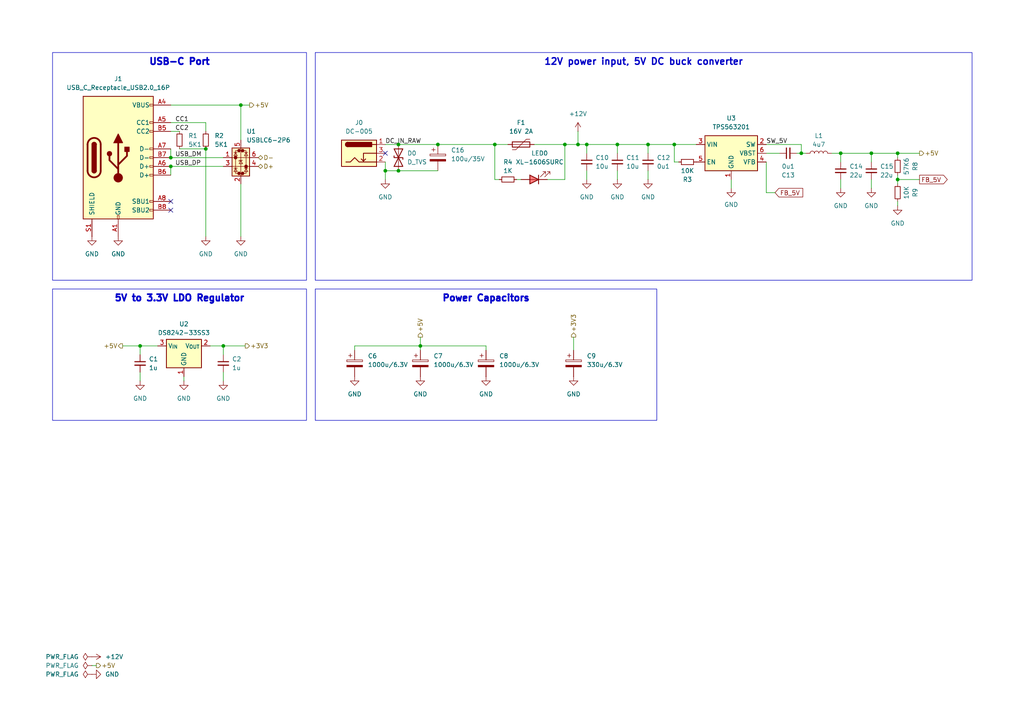
<source format=kicad_sch>
(kicad_sch (version 20250114) (generator "eeschema") (generator_version "9.0")
  (paper "A4")
  (lib_symbols
    (symbol "Connector:Barrel_Jack_Switch" (pin_names (hide yes))
      (property "Reference" "J" (at 0 5.334 0))
      (property "Value" "Barrel_Jack_Switch" (at 0 -5.08 0))
      (symbol "Barrel_Jack_Switch_0_1"
        (rectangle (start -5.08 3.81) (end 5.08 -3.81) (stroke (width 0.254)) (fill (type background)))
        (polyline (pts (xy -3.81 -2.54) (xy -2.54 -2.54) (xy -1.27 -1.27) (xy 0 -2.54) (xy 2.54 -2.54) (xy 5.08 -2.54)) (stroke (width 0.254)))
        (arc (start -3.302 1.905) (mid -3.9343 2.54) (end -3.302 3.175) (stroke (width 0.254)))
        (arc (start -3.302 1.905) (mid -3.9343 2.54) (end -3.302 3.175) (stroke (width 0.254)) (fill (type outline)))
        (polyline (pts (xy 1.27 -2.286) (xy 1.905 -1.651)) (stroke (width 0.254)))
        (rectangle (start 3.683 3.175) (end -3.302 1.905) (stroke (width 0.254)) (fill (type outline)))
        (polyline (pts (xy 5.08 2.54) (xy 3.81 2.54)) (stroke (width 0.254)))
        (polyline (pts (xy 5.08 0) (xy 1.27 0) (xy 1.27 -2.286) (xy 0.635 -1.651)) (stroke (width 0.254)))
      )
      (symbol "Barrel_Jack_Switch_1_1"
        (pin passive line (at 7.62 2.54 180) (length 2.54) (name "~") (number "1"))
        (pin passive line (at 7.62 0 180) (length 2.54) (name "~") (number "3"))
        (pin passive line (at 7.62 -2.54 180) (length 2.54) (name "~") (number "2"))
      )
    )
    (symbol "Device:C_Polarized" (pin_numbers (hide yes)) (pin_names (offset 0.254))
      (property "Reference" "C" (at 0.635 2.54 0))
      (property "Value" "C_Polarized" (at 0.635 -2.54 0))
      (symbol "C_Polarized_0_1"
        (rectangle (start -2.286 0.508) (end 2.286 1.016))
        (polyline (pts (xy -1.778 2.286) (xy -0.762 2.286)))
        (polyline (pts (xy -1.27 2.794) (xy -1.27 1.778)))
        (rectangle (start 2.286 -0.508) (end -2.286 -1.016) (fill (type outline)))
      )
      (symbol "C_Polarized_1_1"
        (pin passive line (at 0 3.81 270) (length 2.794) (name "~") (number "1"))
        (pin passive line (at 0 -3.81 90) (length 2.794) (name "~") (number "2"))
      )
    )
    (symbol "Device:C_Small" (pin_numbers (hide yes)) (pin_names (offset 0.254) (hide yes))
      (property "Reference" "C" (at 0.254 1.778 0))
      (property "Value" "C_Small" (at 0.254 -2.032 0))
      (symbol "C_Small_0_1"
        (polyline (pts (xy -1.524 0.508) (xy 1.524 0.508)) (stroke (width 0.3048)))
        (polyline (pts (xy -1.524 -0.508) (xy 1.524 -0.508)) (stroke (width 0.3302)))
      )
      (symbol "C_Small_1_1"
        (pin passive line (at 0 2.54 270) (length 2.032) (name "~") (number "1"))
        (pin passive line (at 0 -2.54 90) (length 2.032) (name "~") (number "2"))
      )
    )
    (symbol "Device:D_TVS" (pin_numbers (hide yes)) (pin_names (offset 1.016) (hide yes))
      (property "Reference" "D" (at 0 2.54 0))
      (property "Value" "D_TVS" (at 0 -2.54 0))
      (symbol "D_TVS_0_1"
        (polyline (pts (xy -2.54 1.27) (xy -2.54 -1.27) (xy 2.54 1.27) (xy 2.54 -1.27) (xy -2.54 1.27)) (stroke (width 0.254)))
        (polyline (pts (xy 0.508 1.27) (xy 0 1.27) (xy 0 -1.27) (xy -0.508 -1.27)) (stroke (width 0.254)))
        (polyline (pts (xy 1.27 0) (xy -1.27 0)))
      )
      (symbol "D_TVS_1_1"
        (pin passive line (at -3.81 0 0) (length 2.54) (name "A1") (number "1"))
        (pin passive line (at 3.81 0 180) (length 2.54) (name "A2") (number "2"))
      )
    )
    (symbol "Device:L" (pin_numbers (hide yes)) (pin_names (offset 1.016) (hide yes))
      (property "Reference" "L" (at -1.27 0 90))
      (property "Value" "L" (at 1.905 0 90))
      (symbol "L_0_1"
        (arc (start 0 2.54) (mid 0.6323 1.905) (end 0 1.27))
        (arc (start 0 1.27) (mid 0.6323 0.635) (end 0 0))
        (arc (start 0 0) (mid 0.6323 -0.635) (end 0 -1.27))
        (arc (start 0 -1.27) (mid 0.6323 -1.905) (end 0 -2.54))
      )
      (symbol "L_1_1"
        (pin passive line (at 0 3.81 270) (length 1.27) (name "1") (number "1"))
        (pin passive line (at 0 -3.81 90) (length 1.27) (name "2") (number "2"))
      )
    )
    (symbol "Device:Polyfuse" (pin_numbers (hide yes)) (pin_names (offset 0))
      (property "Reference" "F" (at -2.54 0 90))
      (property "Value" "Polyfuse" (at 2.54 0 90))
      (symbol "Polyfuse_0_1"
        (polyline (pts (xy -1.524 2.54) (xy -1.524 1.524) (xy 1.524 -1.524) (xy 1.524 -2.54)))
        (rectangle (start -0.762 2.54) (end 0.762 -2.54) (stroke (width 0.254)))
        (polyline (pts (xy 0 2.54) (xy 0 -2.54)))
      )
      (symbol "Polyfuse_1_1"
        (pin passive line (at 0 3.81 270) (length 1.27) (name "~") (number "1"))
        (pin passive line (at 0 -3.81 90) (length 1.27) (name "~") (number "2"))
      )
    )
    (symbol "Device:R_Small" (pin_numbers (hide yes)) (pin_names (offset 0.254) (hide yes))
      (property "Reference" "R" (at 0 0 90))
      (property "Value" "R_Small" (at 1.778 0 90))
      (symbol "R_Small_0_1"
        (rectangle (start -0.762 1.778) (end 0.762 -1.778) (stroke (width 0.2032)))
      )
      (symbol "R_Small_1_1"
        (pin passive line (at 0 2.54 270) (length 0.762) (name "~") (number "1"))
        (pin passive line (at 0 -2.54 90) (length 0.762) (name "~") (number "2"))
      )
    )
    (symbol "Power_Protection:USBLC6-2P6" (pin_names (hide yes))
      (property "Reference" "U" (at 0.635 5.715 0))
      (property "Value" "USBLC6-2P6" (at 0.635 3.81 0))
      (symbol "USBLC6-2P6_0_0"
        (circle (center -1.524 0) (radius 0.0001) (stroke (width 0.508)))
        (circle (center -0.508 2.032) (radius 0.0001) (stroke (width 0.508)))
        (circle (center -0.508 -4.572) (radius 0.0001) (stroke (width 0.508)))
        (circle (center 0.508 2.032) (radius 0.0001) (stroke (width 0.508)))
        (circle (center 0.508 -4.572) (radius 0.0001) (stroke (width 0.508)))
        (circle (center 1.524 -2.54) (radius 0.0001) (stroke (width 0.508)))
      )
      (symbol "USBLC6-2P6_0_1"
        (polyline (pts (xy -2.54 0) (xy 2.54 0)))
        (polyline (pts (xy -2.54 -2.54) (xy 2.54 -2.54)))
        (polyline (pts (xy -2.032 0.508) (xy -1.016 0.508) (xy -1.524 1.524) (xy -2.032 0.508)))
        (polyline (pts (xy -2.032 -3.048) (xy -1.016 -3.048)))
        (polyline (pts (xy -1.016 1.524) (xy -2.032 1.524)))
        (polyline (pts (xy -1.016 -4.064) (xy -2.032 -4.064) (xy -1.524 -3.048) (xy -1.016 -4.064)))
        (polyline (pts (xy -0.508 -1.143) (xy -0.508 -0.762) (xy 0.508 -0.762)))
        (polyline (pts (xy 0 2.54) (xy -0.508 2.032) (xy 0.508 2.032) (xy 0 1.524) (xy 0 -4.064) (xy -0.508 -4.572) (xy 0.508 -4.572) (xy 0 -5.08)))
        (polyline (pts (xy 0.508 -1.778) (xy -0.508 -1.778) (xy 0 -0.762) (xy 0.508 -1.778)))
        (polyline (pts (xy 1.016 1.524) (xy 2.032 1.524)))
        (polyline (pts (xy 1.016 -3.048) (xy 2.032 -3.048)))
        (polyline (pts (xy 2.032 0.508) (xy 1.016 0.508) (xy 1.524 1.524) (xy 2.032 0.508)))
        (polyline (pts (xy 2.032 -4.064) (xy 1.016 -4.064) (xy 1.524 -3.048) (xy 2.032 -4.064)))
      )
      (symbol "USBLC6-2P6_1_1"
        (rectangle (start -2.54 2.794) (end 2.54 -5.334) (stroke (width 0.254)) (fill (type background)))
        (polyline (pts (xy -0.508 2.032) (xy -1.524 2.032) (xy -1.524 -4.572) (xy -0.508 -4.572)))
        (polyline (pts (xy 0.508 -4.572) (xy 1.524 -4.572) (xy 1.524 2.032) (xy 0.508 2.032)))
        (pin passive line (at -5.08 0 0) (length 2.54) (name "I/O1") (number "1"))
        (pin passive line (at -5.08 -2.54 0) (length 2.54) (name "I/O2") (number "3"))
        (pin passive line (at 0 5.08 270) (length 2.54) (name "VBUS") (number "5"))
        (pin passive line (at 0 -7.62 90) (length 2.54) (name "GND") (number "2"))
        (pin passive line (at 5.08 0 180) (length 2.54) (name "I/O1") (number "6"))
        (pin passive line (at 5.08 -2.54 180) (length 2.54) (name "I/O2") (number "4"))
      )
    )
    (symbol "Regulator_Switching:TPS563200"
      (property "Reference" "U" (at -7.62 6.35 0))
      (property "Value" "TPS563200" (at -2.54 6.35 0))
      (symbol "TPS563200_0_1"
        (rectangle (start -7.62 5.08) (end 7.62 -5.08) (stroke (width 0.254)) (fill (type background)))
      )
      (symbol "TPS563200_1_1"
        (pin power_in line (at -10.16 2.54 0) (length 2.54) (name "VIN") (number "3"))
        (pin input line (at -10.16 -2.54 0) (length 2.54) (name "EN") (number "5"))
        (pin power_in line (at 0 -7.62 90) (length 2.54) (name "GND") (number "1"))
        (pin output line (at 10.16 2.54 180) (length 2.54) (name "SW") (number "2"))
        (pin passive line (at 10.16 0 180) (length 2.54) (name "VBST") (number "6"))
        (pin input line (at 10.16 -2.54 180) (length 2.54) (name "VFB") (number "4"))
      )
    )
    (symbol "connector:USB_C_Receptacle_USB2.0_16P_SHOU-HAN_2MD" (pin_names (offset 1.016))
      (property "Reference" "J" (at 0 22.225 0))
      (property "Value" "USB_C_Receptacle_USB2.0_16P" (at 0 19.685 0))
      (symbol "USB_C_Receptacle_USB2.0_16P_SHOU-HAN_2MD_0_0"
        (rectangle (start -0.254 -17.78) (end 0.254 -16.764))
        (rectangle (start 10.16 15.494) (end 9.144 14.986))
        (rectangle (start 10.16 10.414) (end 9.144 9.906))
        (rectangle (start 10.16 7.874) (end 9.144 7.366))
        (rectangle (start 10.16 2.794) (end 9.144 2.286))
        (rectangle (start 10.16 0.254) (end 9.144 -0.254))
        (rectangle (start 10.16 -2.286) (end 9.144 -2.794))
        (rectangle (start 10.16 -4.826) (end 9.144 -5.334))
        (rectangle (start 10.16 -12.446) (end 9.144 -12.954))
        (rectangle (start 10.16 -14.986) (end 9.144 -15.494))
      )
      (symbol "USB_C_Receptacle_USB2.0_16P_SHOU-HAN_2MD_0_1"
        (rectangle (start -10.16 17.78) (end 10.16 -17.78) (stroke (width 0.254)) (fill (type background)))
        (polyline (pts (xy -8.89 -3.81) (xy -8.89 3.81)) (stroke (width 0.508)))
        (rectangle (start -7.62 -3.81) (end -6.35 3.81) (stroke (width 0.254)) (fill (type outline)))
        (arc (start -7.62 3.81) (mid -6.985 4.4423) (end -6.35 3.81) (stroke (width 0.254)))
        (arc (start -7.62 3.81) (mid -6.985 4.4423) (end -6.35 3.81) (stroke (width 0.254)) (fill (type outline)))
        (arc (start -8.89 3.81) (mid -6.985 5.7067) (end -5.08 3.81) (stroke (width 0.508)))
        (arc (start -5.08 -3.81) (mid -6.985 -5.7067) (end -8.89 -3.81) (stroke (width 0.508)))
        (arc (start -6.35 -3.81) (mid -6.985 -4.4423) (end -7.62 -3.81) (stroke (width 0.254)))
        (arc (start -6.35 -3.81) (mid -6.985 -4.4423) (end -7.62 -3.81) (stroke (width 0.254)) (fill (type outline)))
        (polyline (pts (xy -5.08 3.81) (xy -5.08 -3.81)) (stroke (width 0.508)))
        (circle (center -2.54 1.143) (radius 0.635) (stroke (width 0.254)) (fill (type outline)))
        (polyline (pts (xy -1.27 4.318) (xy 0 6.858) (xy 1.27 4.318) (xy -1.27 4.318)) (stroke (width 0.254)) (fill (type outline)))
        (polyline (pts (xy 0 -2.032) (xy 2.54 0.508) (xy 2.54 1.778)) (stroke (width 0.508)))
        (polyline (pts (xy 0 -3.302) (xy -2.54 -0.762) (xy -2.54 0.508)) (stroke (width 0.508)))
        (polyline (pts (xy 0 -5.842) (xy 0 4.318)) (stroke (width 0.508)))
        (circle (center 0 -5.842) (radius 1.27) (fill (type outline)))
        (rectangle (start 1.905 1.778) (end 3.175 3.048) (stroke (width 0.254)) (fill (type outline)))
      )
      (symbol "USB_C_Receptacle_USB2.0_16P_SHOU-HAN_2MD_1_1"
        (pin passive line (at -7.62 -22.86 90) (length 5.08) (name "SHIELD") (number "S1"))
        (pin passive line (at 0 -22.86 90) (length 5.08) (name "GND") (number "A1"))
        (pin passive line (at 0 -22.86 90) (length 5.08) (hide yes) (name "GND") (number "A12"))
        (pin passive line (at 0 -22.86 90) (length 5.08) (hide yes) (name "GND") (number "B1"))
        (pin passive line (at 0 -22.86 90) (length 5.08) (hide yes) (name "GND") (number "B12"))
        (pin passive line (at 15.24 15.24 180) (length 5.08) (name "VBUS") (number "A4"))
        (pin passive line (at 15.24 15.24 180) (length 5.08) (hide yes) (name "VBUS") (number "A9"))
        (pin passive line (at 15.24 15.24 180) (length 5.08) (hide yes) (name "VBUS") (number "B4"))
        (pin passive line (at 15.24 15.24 180) (length 5.08) (hide yes) (name "VBUS") (number "B9"))
        (pin bidirectional line (at 15.24 10.16 180) (length 5.08) (name "CC1") (number "A5"))
        (pin bidirectional line (at 15.24 7.62 180) (length 5.08) (name "CC2") (number "B5"))
        (pin bidirectional line (at 15.24 2.54 180) (length 5.08) (name "D-") (number "A7"))
        (pin bidirectional line (at 15.24 0 180) (length 5.08) (name "D-") (number "B7"))
        (pin bidirectional line (at 15.24 -2.54 180) (length 5.08) (name "D+") (number "A6"))
        (pin bidirectional line (at 15.24 -5.08 180) (length 5.08) (name "D+") (number "B6"))
        (pin bidirectional line (at 15.24 -12.7 180) (length 5.08) (name "SBU1") (number "A8"))
        (pin bidirectional line (at 15.24 -15.24 180) (length 5.08) (name "SBU2") (number "B8"))
      )
    )
    (symbol "discrete:XL-1606SURC" (pin_numbers (hide yes)) (pin_names (offset 1.016) (hide yes))
      (property "Reference" "D" (at 0 2.54 0))
      (property "Value" "XL-1606SURC" (at 0 -2.54 0))
      (symbol "XL-1606SURC_0_1"
        (polyline (pts (xy -3.048 -0.762) (xy -4.572 -2.286) (xy -3.81 -2.286) (xy -4.572 -2.286) (xy -4.572 -1.524)))
        (polyline (pts (xy -1.778 -0.762) (xy -3.302 -2.286) (xy -2.54 -2.286) (xy -3.302 -2.286) (xy -3.302 -1.524)))
        (polyline (pts (xy -1.27 -1.27) (xy -1.27 1.27)) (stroke (width 0.254)))
      )
      (symbol "XL-1606SURC_1_1"
        (polyline (pts (xy -1.27 0) (xy 1.27 0)))
        (polyline (pts (xy 1.27 -1.27) (xy 1.27 1.27) (xy -1.27 0) (xy 1.27 -1.27)) (stroke (width 0.254)) (fill (type color) (color 255 0 0 0.5019607843)))
        (pin passive line (at -3.81 0 0) (length 2.54) (name "K") (number "1"))
        (pin passive line (at 3.81 0 180) (length 2.54) (name "A") (number "2"))
      )
    )
    (symbol "ic:DS8242-33SS3"
      (property "Reference" "U" (at -3.81 3.175 0))
      (property "Value" "DS8242-33SS3" (at 0 3.175 0))
      (symbol "DS8242-33SS3_0_1"
        (rectangle (start -5.08 1.905) (end 5.08 -6.35) (stroke (width 0.254)) (fill (type background)))
      )
      (symbol "DS8242-33SS3_1_1"
        (pin power_in line (at -7.62 0 0) (length 2.54) (name "V_{IN}") (number "3"))
        (pin power_in line (at 0 -8.89 90) (length 2.54) (name "GND") (number "1"))
        (pin power_out line (at 7.62 0 180) (length 2.54) (name "V_{OUT}") (number "2"))
      )
    )
    (symbol "power:GND" (power) (pin_numbers (hide yes)) (pin_names (offset 0) (hide yes))
      (property "Value" "GND" (at 0 -3.81 0))
      (symbol "GND_0_1"
        (polyline (pts (xy 0 0) (xy 0 -1.27) (xy 1.27 -1.27) (xy 0 -2.54) (xy -1.27 -1.27) (xy 0 -1.27)))
      )
      (symbol "GND_1_1"
        (pin power_in line (at 0 0 270) (length 0) (name "~") (number "1"))
      )
    )
    (symbol "power:PWR_FLAG" (power) (pin_numbers (hide yes)) (pin_names (offset 0) (hide yes))
      (property "Value" "PWR_FLAG" (at 0 3.81 0))
      (symbol "PWR_FLAG_0_0"
        (pin power_out line (at 0 0 90) (length 0) (name "~") (number "1"))
      )
      (symbol "PWR_FLAG_0_1"
        (polyline (pts (xy 0 0) (xy 0 1.27) (xy -1.016 1.905) (xy 0 2.54) (xy 1.016 1.905) (xy 0 1.27)))
      )
    )
    (symbol "power:VCC" (power) (pin_numbers (hide yes)) (pin_names (offset 0) (hide yes))
      (property "Value" "VCC" (at 0 3.556 0))
      (symbol "VCC_0_1"
        (polyline (pts (xy -0.762 1.27) (xy 0 2.54)))
        (polyline (pts (xy 0 2.54) (xy 0.762 1.27)))
        (polyline (pts (xy 0 0) (xy 0 2.54)))
      )
      (symbol "VCC_1_1"
        (pin power_in line (at 0 0 90) (length 0) (name "~") (number "1"))
      )
    )
  )
  (text_box "12V power input, 5V DC buck converter" (at 91.44 15.24 0) (size 190.5 66.04) (margins 1.4288 1.4288 1.4288 1.4288) (effects (font (size 1.905 1.905) (thickness 0.381) (bold yes)) (justify top)))
  (text_box "Power Capacitors" (at 91.44 83.82 0) (size 99.06 38.1) (margins 1.4288 1.4288 1.4288 1.4288) (effects (font (size 1.905 1.905) (thickness 0.508) (bold yes)) (justify top)))
  (text_box "USB-C Port" (at 15.24 15.24 0) (size 73.66 66.04) (margins 1.4288 1.4288 1.4288 1.4288) (effects (font (size 1.905 1.905) (thickness 0.508) (bold yes)) (justify top)))
  (text_box "5V to 3.3V LDO Regulator" (at 15.24 83.82 0) (size 73.66 38.1) (margins 1.4288 1.4288 1.4288 1.4288) (effects (font (size 1.905 1.905) (thickness 0.508) (bold yes)) (justify top)))
  (junction (at 187.96 41.91))
  (junction (at 111.76 49.53))
  (junction (at 40.64 100.33))
  (junction (at 163.83 41.91))
  (junction (at 64.77 100.33))
  (junction (at 260.35 44.45))
  (junction (at 170.18 41.91))
  (junction (at 179.07 41.91))
  (junction (at 232.41 44.45))
  (junction (at 49.53 45.72))
  (junction (at 195.58 41.91))
  (junction (at 243.84 44.45))
  (junction (at 143.51 41.91))
  (junction (at 127 41.91))
  (junction (at 69.85 30.48))
  (junction (at 49.53 48.26))
  (junction (at 167.64 41.91))
  (junction (at 121.92 100.33))
  (junction (at 115.57 41.91))
  (junction (at 115.57 49.53))
  (junction (at 59.69 43.18))
  (junction (at 252.73 44.45))
  (junction (at 260.35 52.07))
  (no_connect (at 111.76 44.45))
  (no_connect (at 49.53 60.96))
  (no_connect (at 49.53 58.42))
  (wire (pts (xy 154.94 41.91) (xy 163.83 41.91)))
  (wire (pts (xy 64.77 107.95) (xy 64.77 110.49)))
  (wire (pts (xy 222.25 44.45) (xy 226.06 44.45)))
  (wire (pts (xy 121.92 100.33) (xy 121.92 101.6)))
  (wire (pts (xy 222.25 46.99) (xy 222.25 55.88)))
  (wire (pts (xy 49.53 43.18) (xy 49.53 45.72)))
  (wire (pts (xy 243.84 44.45) (xy 243.84 46.99)))
  (wire (pts (xy 52.07 43.18) (xy 59.69 43.18)))
  (wire (pts (xy 260.35 59.69) (xy 260.35 58.42)))
  (wire (pts (xy 260.35 45.72) (xy 260.35 44.45)))
  (wire (pts (xy 64.77 102.87) (xy 64.77 100.33)))
  (wire (pts (xy 166.37 97.79) (xy 166.37 101.6)))
  (wire (pts (xy 64.77 100.33) (xy 60.96 100.33)))
  (wire (pts (xy 195.58 41.91) (xy 201.93 41.91)))
  (wire (pts (xy 69.85 30.48) (xy 69.85 40.64)))
  (wire (pts (xy 102.87 100.33) (xy 102.87 101.6)))
  (wire (pts (xy 127 41.91) (xy 143.51 41.91)))
  (wire (pts (xy 40.64 100.33) (xy 45.72 100.33)))
  (wire (pts (xy 187.96 44.45) (xy 187.96 41.91)))
  (wire (pts (xy 143.51 41.91) (xy 147.32 41.91)))
  (wire (pts (xy 170.18 52.07) (xy 170.18 49.53)))
  (wire (pts (xy 27.94 193.04) (xy 26.67 193.04)))
  (wire (pts (xy 40.64 100.33) (xy 35.56 100.33)))
  (wire (pts (xy 252.73 54.61) (xy 252.73 52.07)))
  (wire (pts (xy 170.18 41.91) (xy 179.07 41.91)))
  (wire (pts (xy 243.84 44.45) (xy 252.73 44.45)))
  (wire (pts (xy 187.96 52.07) (xy 187.96 49.53)))
  (wire (pts (xy 243.84 54.61) (xy 243.84 52.07)))
  (wire (pts (xy 260.35 50.8) (xy 260.35 52.07)))
  (wire (pts (xy 232.41 41.91) (xy 232.41 44.45)))
  (wire (pts (xy 167.64 41.91) (xy 170.18 41.91)))
  (wire (pts (xy 167.64 38.1) (xy 167.64 41.91)))
  (wire (pts (xy 52.07 38.1) (xy 49.53 38.1)))
  (wire (pts (xy 232.41 44.45) (xy 233.68 44.45)))
  (wire (pts (xy 252.73 46.99) (xy 252.73 44.45)))
  (wire (pts (xy 49.53 35.56) (xy 59.69 35.56)))
  (wire (pts (xy 140.97 100.33) (xy 121.92 100.33)))
  (wire (pts (xy 115.57 49.53) (xy 127 49.53)))
  (wire (pts (xy 222.25 55.88) (xy 224.79 55.88)))
  (wire (pts (xy 163.83 41.91) (xy 163.83 52.07)))
  (wire (pts (xy 260.35 52.07) (xy 260.35 53.34)))
  (wire (pts (xy 170.18 44.45) (xy 170.18 41.91)))
  (wire (pts (xy 59.69 35.56) (xy 59.69 38.1)))
  (wire (pts (xy 143.51 52.07) (xy 144.78 52.07)))
  (wire (pts (xy 40.64 102.87) (xy 40.64 100.33)))
  (wire (pts (xy 195.58 46.99) (xy 195.58 41.91)))
  (wire (pts (xy 212.09 54.61) (xy 212.09 52.07)))
  (wire (pts (xy 40.64 107.95) (xy 40.64 110.49)))
  (wire (pts (xy 149.86 52.07) (xy 151.13 52.07)))
  (wire (pts (xy 241.3 44.45) (xy 243.84 44.45)))
  (wire (pts (xy 59.69 43.18) (xy 59.69 68.58)))
  (wire (pts (xy 179.07 41.91) (xy 187.96 41.91)))
  (wire (pts (xy 163.83 52.07) (xy 158.75 52.07)))
  (wire (pts (xy 102.87 100.33) (xy 121.92 100.33)))
  (wire (pts (xy 260.35 44.45) (xy 266.7 44.45)))
  (wire (pts (xy 69.85 68.58) (xy 69.85 53.34)))
  (wire (pts (xy 53.34 109.22) (xy 53.34 110.49)))
  (wire (pts (xy 140.97 100.33) (xy 140.97 101.6)))
  (wire (pts (xy 195.58 46.99) (xy 196.85 46.99)))
  (wire (pts (xy 252.73 44.45) (xy 260.35 44.45)))
  (wire (pts (xy 111.76 49.53) (xy 115.57 49.53)))
  (wire (pts (xy 115.57 41.91) (xy 127 41.91)))
  (wire (pts (xy 222.25 41.91) (xy 232.41 41.91)))
  (wire (pts (xy 179.07 44.45) (xy 179.07 41.91)))
  (wire (pts (xy 179.07 52.07) (xy 179.07 49.53)))
  (wire (pts (xy 163.83 41.91) (xy 167.64 41.91)))
  (wire (pts (xy 187.96 41.91) (xy 195.58 41.91)))
  (wire (pts (xy 143.51 41.91) (xy 143.51 52.07)))
  (wire (pts (xy 111.76 41.91) (xy 115.57 41.91)))
  (wire (pts (xy 49.53 48.26) (xy 49.53 50.8)))
  (wire (pts (xy 64.77 45.72) (xy 49.53 45.72)))
  (wire (pts (xy 231.14 44.45) (xy 232.41 44.45)))
  (wire (pts (xy 111.76 49.53) (xy 111.76 52.07)))
  (wire (pts (xy 111.76 46.99) (xy 111.76 49.53)))
  (wire (pts (xy 121.92 97.79) (xy 121.92 100.33)))
  (wire (pts (xy 260.35 52.07) (xy 266.7 52.07)))
  (wire (pts (xy 64.77 48.26) (xy 49.53 48.26)))
  (wire (pts (xy 49.53 30.48) (xy 69.85 30.48)))
  (wire (pts (xy 71.12 100.33) (xy 64.77 100.33)))
  (wire (pts (xy 72.39 30.48) (xy 69.85 30.48)))
  (label "USB_DP" (at 50.8 48.26 0))
  (label "USB_DM" (at 50.8 45.72 0))
  (label "DC_IN_RAW" (at 111.76 41.91 0))
  (label "CC2" (at 50.8 38.1 0))
  (label "CC1" (at 50.8 35.56 0))
  (label "SW_5V" (at 222.25 41.91 0))
  (global_label "FB_5V" (shape output) (at 266.7 52.07 0) (property "Intersheetrefs" "${INTERSHEET_REFS}" (effects (hide yes))))
  (global_label "FB_5V" (shape input) (at 224.79 55.88 0) (property "Intersheetrefs" "${INTERSHEET_REFS}" (effects (hide yes))))
  (hierarchical_label "+5V" (shape output) (at 35.56 100.33 180))
  (hierarchical_label "D+" (shape bidirectional) (at 74.93 48.26 0))
  (hierarchical_label "+3V3" (shape output) (at 71.12 100.33 0))
  (hierarchical_label "+5V" (shape output) (at 27.94 193.04 0))
  (hierarchical_label "+3V3" (shape output) (at 166.37 97.79 90))
  (hierarchical_label "+5V" (shape output) (at 72.39 30.48 0))
  (hierarchical_label "D-" (shape bidirectional) (at 74.93 45.72 0))
  (hierarchical_label "+5V" (shape output) (at 121.92 97.79 90))
  (hierarchical_label "+5V" (shape output) (at 266.7 44.45 0))
  (symbol (lib_id "Device:C_Small") (at 179.07 46.99 0) (unit 1)
    (property "Reference" "C11" (at 181.61 45.7262 0) (effects (justify left)))
    (property "Value" "10u" (at 181.61 48.2662 0) (effects (justify left)))
    (property "Footprint" "discrete:C_0603_1608Metric" (effects (hide yes)))
    (property "Description" "Unpolarized capacitor, small symbol" (effects (hide yes)))
    (property "LCSC Part" "C22367825" (effects (hide yes)))
  )
  (symbol (lib_id "Device:C_Small") (at 243.84 49.53 0) (unit 1)
    (property "Reference" "C14" (at 246.38 48.2662 0) (effects (justify left)))
    (property "Value" "22u" (at 246.38 50.8062 0) (effects (justify left)))
    (property "Footprint" "discrete:C_0603_1608Metric" (effects (hide yes)))
    (property "Description" "Unpolarized capacitor, small symbol" (effects (hide yes)))
    (property "LCSC Part" "C86295" (effects (hide yes)))
  )
  (symbol (lib_id "power:VCC") (at 167.64 38.1 0) (unit 1)
    (property "Reference" "#PWR033" (effects (hide yes)))
    (property "Value" "+12V" (at 167.64 33.02 0))
    (property "Description" "Power symbol creates a global label with name \"VCC\"" (effects (hide yes)))
  )
  (symbol (lib_id "Device:C_Small") (at 170.18 46.99 0) (unit 1)
    (property "Reference" "C10" (at 172.72 45.7262 0) (effects (justify left)))
    (property "Value" "10u" (at 172.72 48.2662 0) (effects (justify left)))
    (property "Footprint" "discrete:C_0603_1608Metric" (effects (hide yes)))
    (property "Description" "Unpolarized capacitor, small symbol" (effects (hide yes)))
    (property "LCSC Part" "C22367825" (effects (hide yes)))
  )
  (symbol (lib_id "Power_Protection:USBLC6-2P6") (at 69.85 45.72 0) (unit 1)
    (property "Reference" "U1" (at 71.5011 38.1 0) (effects (justify left)))
    (property "Value" "USBLC6-2P6" (at 71.5011 40.64 0) (effects (justify left)))
    (property "Footprint" "Package_TO_SOT_SMD:SOT-666" (effects (hide yes)))
    (property "Datasheet" "https://www.st.com/resource/en/datasheet/usblc6-2.pdf" (effects (hide yes)))
    (property "Description" "Very low capacitance ESD protection diode, 2 data-line, SOT-666" (effects (hide yes)))
    (property "LCSC Part" "C29780639" (effects (hide yes)))
  )
  (symbol (lib_id "power:GND") (at 40.64 110.49 0) (unit 1)
    (property "Reference" "#PWR021" (effects (hide yes)))
    (property "Value" "GND" (at 40.64 115.57 0))
    (property "Description" "Power symbol creates a global label with name \"GND\" , ground" (effects (hide yes)))
  )
  (symbol (lib_id "connector:USB_C_Receptacle_USB2.0_16P_SHOU-HAN_2MD") (at 34.29 45.72 0) (unit 1)
    (property "Reference" "J1" (at 34.29 22.86 0))
    (property "Value" "USB_C_Receptacle_USB2.0_16P" (at 34.29 25.4 0))
    (property "Footprint" "connector:USB_C_Receptacle_GCT_USB4105-xx-A_16P_TopMnt_Horizontal" (effects (hide yes)))
    (property "Datasheet" "https://www.lcsc.com/datasheet/lcsc_datasheet_2111231930_SHOU-HAN-TYPE-C-16PIN-2MD-073_C2765186.pdf" (effects (hide yes)))
    (property "Description" "USB 2.0-only 16P Type-C Receptacle connector, 5 amps" (effects (hide yes)))
    (property "LCSC Part" "C2765186" (effects (hide yes)))
  )
  (symbol (lib_id "power:GND") (at 260.35 59.69 0) (unit 1)
    (property "Reference" "#PWR0123" (effects (hide yes)))
    (property "Value" "GND" (at 260.35 64.77 0))
    (property "Description" "Power symbol creates a global label with name \"GND\" , ground" (effects (hide yes)))
  )
  (symbol (lib_id "power:GND") (at 166.37 109.22 0) (unit 1)
    (property "Reference" "#PWR074" (effects (hide yes)))
    (property "Value" "GND" (at 166.37 114.3 0))
    (property "Description" "Power symbol creates a global label with name \"GND\" , ground" (effects (hide yes)))
  )
  (symbol (lib_id "Connector:Barrel_Jack_Switch") (at 104.14 44.45 0) (unit 1)
    (property "Reference" "J0" (at 104.14 35.56 0))
    (property "Value" "DC-005" (at 104.14 38.1 0))
    (property "Footprint" "connector:BarrelJack_DC-005_THT_Horizontal" (effects (hide yes)))
    (property "Description" "DC Barrel Jack with an internal switch" (effects (hide yes)))
  )
  (symbol (lib_id "power:VCC") (at 26.67 190.5 270) (unit 1)
    (property "Reference" "#PWR02" (effects (hide yes)))
    (property "Value" "+12V" (at 30.48 190.4999 90) (effects (justify left)))
    (property "Description" "Power symbol creates a global label with name \"VCC\"" (effects (hide yes)))
  )
  (symbol (lib_id "Device:R_Small") (at 59.69 40.64 180) (unit 1)
    (property "Reference" "R2" (at 62.23 39.3699 0) (effects (justify right)))
    (property "Value" "5K1" (at 62.23 41.9099 0) (effects (justify right)))
    (property "Footprint" "Resistor_SMD:R_0603_1608Metric" (effects (hide yes)))
    (property "Description" "Resistor, small symbol" (effects (hide yes)))
    (property "LCSC Part" "C23186" (effects (hide yes)))
  )
  (symbol (lib_id "Device:D_TVS") (at 115.57 45.72 90) (unit 1)
    (property "Reference" "D0" (at 118.11 44.4499 90) (effects (justify right)))
    (property "Value" "D_TVS" (at 118.11 46.9899 90) (effects (justify right)))
    (property "Footprint" "package:D_SOD-123F" (effects (hide yes)))
    (property "Datasheet" "https://www.lcsc.com/datasheet/lcsc_datasheet_2411081121_MSKSEMI-SMF13CA-MS_C7473216.pdf" (effects (hide yes)))
    (property "Description" "Bidirectional transient-voltage-suppression diode" (effects (hide yes)))
    (property "LCSC Part" "C7473216" (effects (hide yes)))
  )
  (symbol (lib_id "Device:L") (at 237.49 44.45 90) (unit 1)
    (property "Reference" "L1" (at 237.49 39.37 90))
    (property "Value" "4u7" (at 237.49 41.91 90))
    (property "Footprint" "discrete:L_1008_2520Metric" (effects (hide yes)))
    (property "Datasheet" "https://www.lcsc.com/datasheet/lcsc_datasheet_2406281529_XR-XRTC252010S4R7MBCA_C22471106.pdf" (effects (hide yes)))
    (property "Description" "Inductor" (effects (hide yes)))
    (property "LCSC Part" "C22471106" (effects (hide yes)))
  )
  (symbol (lib_id "Device:C_Polarized") (at 102.87 105.41 0) (unit 1)
    (property "Reference" "C6" (at 106.68 103.2509 0) (effects (justify left)))
    (property "Value" "1000u/6.3V" (at 106.68 105.7909 0) (effects (justify left)))
    (property "Footprint" "Capacitor_THT:CP_Radial_D8.0mm_P3.50mm" (effects (hide yes)))
    (property "Description" "Polarized capacitor" (effects (hide yes)))
    (property "LCSC Part" "C5379966" (effects (hide yes)))
  )
  (symbol (lib_id "Device:C_Polarized") (at 127 45.72 0) (unit 1)
    (property "Reference" "C16" (at 130.81 43.5609 0) (effects (justify left)))
    (property "Value" "100u/35V" (at 130.81 46.1009 0) (effects (justify left)))
    (property "Footprint" "Capacitor_THT:CP_Radial_D6.3mm_P2.50mm" (effects (hide yes)))
    (property "Description" "Polarized capacitor" (effects (hide yes)))
    (property "LCSC Part" "C5379947" (effects (hide yes)))
  )
  (symbol (lib_id "discrete:XL-1606SURC") (at 154.94 52.07 180) (unit 1)
    (property "Reference" "LED0" (at 156.5275 44.45 0))
    (property "Value" "XL-1606SURC" (at 156.5275 46.99 0))
    (property "Footprint" "discrete:LED_SideEmitter_1.7x1.1mm" (effects (hide yes)))
    (property "Datasheet" "https://www.lcsc.com/datasheet/lcsc_datasheet_2410121310_XINGLIGHT-XL-1606SURC_C965860.pdf" (effects (hide yes)))
    (property "Description" "Light emitting diode, Red, Side-Emitter package" (effects (hide yes)))
    (property "LCSC Part" "C965860" (effects (hide yes)))
  )
  (symbol (lib_id "Device:C_Polarized") (at 166.37 105.41 0) (unit 1)
    (property "Reference" "C9" (at 170.18 103.2509 0) (effects (justify left)))
    (property "Value" "330u/6.3V" (at 170.18 105.7909 0) (effects (justify left)))
    (property "Footprint" "Capacitor_THT:CP_Radial_D5.0mm_P2.00mm" (effects (hide yes)))
    (property "Description" "Polarized capacitor" (effects (hide yes)))
    (property "LCSC Part" "C217541" (effects (hide yes)))
  )
  (symbol (lib_id "Device:C_Small") (at 40.64 105.41 0) (unit 1)
    (property "Reference" "C1" (at 43.18 104.1462 0) (effects (justify left)))
    (property "Value" "1u" (at 43.18 106.6862 0) (effects (justify left)))
    (property "Footprint" "discrete:C_0603_1608Metric" (effects (hide yes)))
    (property "Description" "Unpolarized capacitor, small symbol" (effects (hide yes)))
    (property "LCSC Part" "C5199872" (effects (hide yes)))
  )
  (symbol (lib_id "power:PWR_FLAG") (at 26.67 195.58 90) (unit 1)
    (property "Reference" "#FLG03" (effects (hide yes)))
    (property "Value" "PWR_FLAG" (at 22.86 195.5799 90) (effects (justify left)))
    (property "Description" "Special symbol for telling ERC where power comes from" (effects (hide yes)))
  )
  (symbol (lib_id "power:GND") (at 179.07 52.07 0) (unit 1)
    (property "Reference" "#PWR039" (effects (hide yes)))
    (property "Value" "GND" (at 179.07 57.15 0))
    (property "Description" "Power symbol creates a global label with name \"GND\" , ground" (effects (hide yes)))
  )
  (symbol (lib_id "Device:R_Small") (at 199.39 46.99 90) (mirror x) (unit 1)
    (property "Reference" "R3" (at 199.39 52.07 90))
    (property "Value" "10K" (at 199.39 49.53 90))
    (property "Footprint" "Resistor_SMD:R_0603_1608Metric" (effects (hide yes)))
    (property "Description" "Resistor, small symbol" (effects (hide yes)))
    (property "LCSC Part" "C25804" (effects (hide yes)))
  )
  (symbol (lib_id "power:GND") (at 252.73 54.61 0) (unit 1)
    (property "Reference" "#PWR078" (effects (hide yes)))
    (property "Value" "GND" (at 252.73 59.69 0))
    (property "Description" "Power symbol creates a global label with name \"GND\" , ground" (effects (hide yes)))
  )
  (symbol (lib_id "power:GND") (at 140.97 109.22 0) (unit 1)
    (property "Reference" "#PWR016" (effects (hide yes)))
    (property "Value" "GND" (at 140.97 114.3 0))
    (property "Description" "Power symbol creates a global label with name \"GND\" , ground" (effects (hide yes)))
  )
  (symbol (lib_id "Device:R_Small") (at 260.35 55.88 0) (mirror x) (unit 1)
    (property "Reference" "R9" (at 265.43 55.88 90))
    (property "Value" "10K" (at 262.89 55.88 90))
    (property "Footprint" "Resistor_SMD:R_0603_1608Metric" (effects (hide yes)))
    (property "Description" "Resistor, small symbol" (effects (hide yes)))
    (property "LCSC Part" "C25804" (effects (hide yes)))
  )
  (symbol (lib_id "power:GND") (at 243.84 54.61 0) (unit 1)
    (property "Reference" "#PWR063" (effects (hide yes)))
    (property "Value" "GND" (at 243.84 59.69 0))
    (property "Description" "Power symbol creates a global label with name \"GND\" , ground" (effects (hide yes)))
  )
  (symbol (lib_id "Device:R_Small") (at 147.32 52.07 270) (unit 1)
    (property "Reference" "R4" (at 147.32 46.99 90))
    (property "Value" "1K" (at 147.32 49.53 90))
    (property "Footprint" "Resistor_SMD:R_0603_1608Metric" (effects (hide yes)))
    (property "Description" "Resistor, small symbol" (effects (hide yes)))
    (property "LCSC Part" "C21190" (effects (hide yes)))
  )
  (symbol (lib_id "ic:DS8242-33SS3") (at 53.34 100.33 0) (unit 1)
    (property "Reference" "U2" (at 53.34 93.98 0))
    (property "Value" "DS8242-33SS3" (at 53.34 96.52 0))
    (property "Footprint" "Package_TO_SOT_SMD:SOT-23" (effects (hide yes)))
    (property "Datasheet" "https://www.lcsc.com/datasheet/lcsc_datasheet_2411041822_DSTECH-DS8242-33SS3_C5884134.pdf" (effects (hide yes)))
    (property "Description" "500mA Low Dropout regulator, positive, 3.3V fixed output, SOT-23" (effects (hide yes)))
    (property "LCSC Part" "C5884134" (effects (hide yes)))
  )
  (symbol (lib_id "Device:C_Small") (at 252.73 49.53 0) (unit 1)
    (property "Reference" "C15" (at 255.27 48.2662 0) (effects (justify left)))
    (property "Value" "22u" (at 255.27 50.8062 0) (effects (justify left)))
    (property "Footprint" "discrete:C_0603_1608Metric" (effects (hide yes)))
    (property "Description" "Unpolarized capacitor, small symbol" (effects (hide yes)))
    (property "LCSC Part" "C86295" (effects (hide yes)))
  )
  (symbol (lib_id "Regulator_Switching:TPS563200") (at 212.09 44.45 0) (unit 1)
    (property "Reference" "U3" (at 212.09 34.29 0))
    (property "Value" "TPS563201" (at 212.09 36.83 0))
    (property "Footprint" "Package_TO_SOT_SMD:SOT-23-6" (effects (hide yes)))
    (property "Datasheet" "http://www.ti.com/lit/ds/symlink/tps563200.pdf" (effects (hide yes)))
    (property "Description" "3A Synchronous Step-Down Voltage Regulator, Adjustable Output Voltage, 4.5-17V Input Voltage, SOT-23-6" (effects (hide yes)))
    (property "LCSC Part" "C116592" (effects (hide yes)))
  )
  (symbol (lib_id "power:GND") (at 59.69 68.58 0) (unit 1)
    (property "Reference" "#PWR022" (effects (hide yes)))
    (property "Value" "GND" (at 59.69 73.66 0))
    (property "Description" "Power symbol creates a global label with name \"GND\" , ground" (effects (hide yes)))
  )
  (symbol (lib_id "power:GND") (at 53.34 110.49 0) (unit 1)
    (property "Reference" "#PWR030" (effects (hide yes)))
    (property "Value" "GND" (at 53.34 115.57 0))
    (property "Description" "Power symbol creates a global label with name \"GND\" , ground" (effects (hide yes)))
  )
  (symbol (lib_id "power:GND") (at 26.67 195.58 90) (unit 1)
    (property "Reference" "#PWR031" (effects (hide yes)))
    (property "Value" "GND" (at 30.48 195.5799 90) (effects (justify right)))
    (property "Description" "Power symbol creates a global label with name \"GND\" , ground" (effects (hide yes)))
  )
  (symbol (lib_id "power:GND") (at 121.92 109.22 0) (unit 1)
    (property "Reference" "#PWR07" (effects (hide yes)))
    (property "Value" "GND" (at 121.92 114.3 0))
    (property "Description" "Power symbol creates a global label with name \"GND\" , ground" (effects (hide yes)))
  )
  (symbol (lib_id "power:GND") (at 69.85 68.58 0) (unit 1)
    (property "Reference" "#PWR024" (effects (hide yes)))
    (property "Value" "GND" (at 69.85 73.66 0))
    (property "Description" "Power symbol creates a global label with name \"GND\" , ground" (effects (hide yes)))
  )
  (symbol (lib_id "power:GND") (at 212.09 54.61 0) (unit 1)
    (property "Reference" "#PWR041" (effects (hide yes)))
    (property "Value" "GND" (at 212.09 59.3401 0))
    (property "Description" "Power symbol creates a global label with name \"GND\" , ground" (effects (hide yes)))
  )
  (symbol (lib_id "power:GND") (at 64.77 110.49 0) (unit 1)
    (property "Reference" "#PWR032" (effects (hide yes)))
    (property "Value" "GND" (at 64.77 115.57 0))
    (property "Description" "Power symbol creates a global label with name \"GND\" , ground" (effects (hide yes)))
  )
  (symbol (lib_id "Device:R_Small") (at 260.35 48.26 0) (mirror x) (unit 1)
    (property "Reference" "R8" (at 265.43 48.26 90))
    (property "Value" "57K6" (at 262.89 48.26 90))
    (property "Footprint" "Resistor_SMD:R_0603_1608Metric" (effects (hide yes)))
    (property "Description" "Resistor, small symbol" (effects (hide yes)))
    (property "LCSC Part" "C23082" (effects (hide yes)))
  )
  (symbol (lib_id "Device:R_Small") (at 52.07 40.64 180) (unit 1)
    (property "Reference" "R1" (at 54.61 39.3699 0) (effects (justify right)))
    (property "Value" "5K1" (at 54.61 41.9099 0) (effects (justify right)))
    (property "Footprint" "Resistor_SMD:R_0603_1608Metric" (effects (hide yes)))
    (property "Description" "Resistor, small symbol" (effects (hide yes)))
    (property "LCSC Part" "C23186" (effects (hide yes)))
  )
  (symbol (lib_id "Device:Polyfuse") (at 151.13 41.91 90) (unit 1)
    (property "Reference" "F1" (at 151.13 35.56 90))
    (property "Value" "16V 2A" (at 151.13 38.1 90))
    (property "Footprint" "discrete:Fuse_1206_3216Metric" (effects (hide yes)))
    (property "Datasheet" "https://www.lcsc.com/datasheet/lcsc_datasheet_2410122003_Shenzhen-JDT-Fuse-ASMD1206-200-16V_C2982271.pdf" (effects (hide yes)))
    (property "Description" "Resettable fuse, polymeric positive temperature coefficient" (effects (hide yes)))
    (property "LCSC Part" "C2982271" (effects (hide yes)))
  )
  (symbol (lib_id "power:GND") (at 187.96 52.07 0) (unit 1)
    (property "Reference" "#PWR040" (effects (hide yes)))
    (property "Value" "GND" (at 187.96 57.15 0))
    (property "Description" "Power symbol creates a global label with name \"GND\" , ground" (effects (hide yes)))
  )
  (symbol (lib_id "power:GND") (at 34.29 68.58 0) (unit 1)
    (property "Reference" "#PWR08" (effects (hide yes)))
    (property "Value" "GND" (at 34.29 73.66 0))
    (property "Description" "Power symbol creates a global label with name \"GND\" , ground" (effects (hide yes)))
  )
  (symbol (lib_id "Device:C_Small") (at 187.96 46.99 0) (unit 1)
    (property "Reference" "C12" (at 190.5 45.7262 0) (effects (justify left)))
    (property "Value" "0u1" (at 190.5 48.2662 0) (effects (justify left)))
    (property "Footprint" "discrete:C_0603_1608Metric" (effects (hide yes)))
    (property "Description" "Unpolarized capacitor, small symbol" (effects (hide yes)))
    (property "LCSC Part" "C14663" (effects (hide yes)))
  )
  (symbol (lib_id "power:PWR_FLAG") (at 26.67 190.5 90) (unit 1)
    (property "Reference" "#FLG01" (effects (hide yes)))
    (property "Value" "PWR_FLAG" (at 22.86 190.4999 90) (effects (justify left)))
    (property "Description" "Special symbol for telling ERC where power comes from" (effects (hide yes)))
  )
  (symbol (lib_id "power:GND") (at 102.87 109.22 0) (unit 1)
    (property "Reference" "#PWR04" (effects (hide yes)))
    (property "Value" "GND" (at 102.87 114.3 0))
    (property "Description" "Power symbol creates a global label with name \"GND\" , ground" (effects (hide yes)))
  )
  (symbol (lib_id "Device:C_Polarized") (at 121.92 105.41 0) (unit 1)
    (property "Reference" "C7" (at 125.73 103.2509 0) (effects (justify left)))
    (property "Value" "1000u/6.3V" (at 125.73 105.7909 0) (effects (justify left)))
    (property "Footprint" "Capacitor_THT:CP_Radial_D8.0mm_P3.50mm" (effects (hide yes)))
    (property "Description" "Polarized capacitor" (effects (hide yes)))
    (property "LCSC Part" "C5379966" (effects (hide yes)))
  )
  (symbol (lib_id "Device:C_Small") (at 64.77 105.41 0) (unit 1)
    (property "Reference" "C2" (at 67.31 104.1462 0) (effects (justify left)))
    (property "Value" "1u" (at 67.31 106.6862 0) (effects (justify left)))
    (property "Footprint" "discrete:C_0603_1608Metric" (effects (hide yes)))
    (property "Description" "Unpolarized capacitor, small symbol" (effects (hide yes)))
    (property "LCSC Part" "C5199872" (effects (hide yes)))
  )
  (symbol (lib_id "power:PWR_FLAG") (at 26.67 193.04 90) (unit 1)
    (property "Reference" "#FLG02" (effects (hide yes)))
    (property "Value" "PWR_FLAG" (at 22.86 193.0399 90) (effects (justify left)))
    (property "Description" "Special symbol for telling ERC where power comes from" (effects (hide yes)))
  )
  (symbol (lib_id "power:GND") (at 26.67 68.58 0) (unit 1)
    (property "Reference" "#PWR05" (effects (hide yes)))
    (property "Value" "GND" (at 26.67 73.66 0))
    (property "Description" "Power symbol creates a global label with name \"GND\" , ground" (effects (hide yes)))
  )
  (symbol (lib_id "Device:C_Small") (at 228.6 44.45 90) (mirror x) (unit 1)
    (property "Reference" "C13" (at 228.6063 50.8 90))
    (property "Value" "0u1" (at 228.6063 48.26 90))
    (property "Footprint" "discrete:C_0603_1608Metric" (effects (hide yes)))
    (property "Description" "Unpolarized capacitor, small symbol" (effects (hide yes)))
    (property "LCSC Part" "C14663" (effects (hide yes)))
  )
  (symbol (lib_id "power:GND") (at 111.76 52.07 0) (unit 1)
    (property "Reference" "#PWR06" (effects (hide yes)))
    (property "Value" "GND" (at 111.76 57.15 0))
    (property "Description" "Power symbol creates a global label with name \"GND\" , ground" (effects (hide yes)))
  )
  (symbol (lib_id "power:GND") (at 170.18 52.07 0) (unit 1)
    (property "Reference" "#PWR035" (effects (hide yes)))
    (property "Value" "GND" (at 170.18 57.15 0))
    (property "Description" "Power symbol creates a global label with name \"GND\" , ground" (effects (hide yes)))
  )
  (symbol (lib_id "Device:C_Polarized") (at 140.97 105.41 0) (unit 1)
    (property "Reference" "C8" (at 144.78 103.2509 0) (effects (justify left)))
    (property "Value" "1000u/6.3V" (at 144.78 105.7909 0) (effects (justify left)))
    (property "Footprint" "Capacitor_THT:CP_Radial_D8.0mm_P3.50mm" (effects (hide yes)))
    (property "Description" "Polarized capacitor" (effects (hide yes)))
    (property "LCSC Part" "C5379966" (effects (hide yes)))
  )
)
</source>
